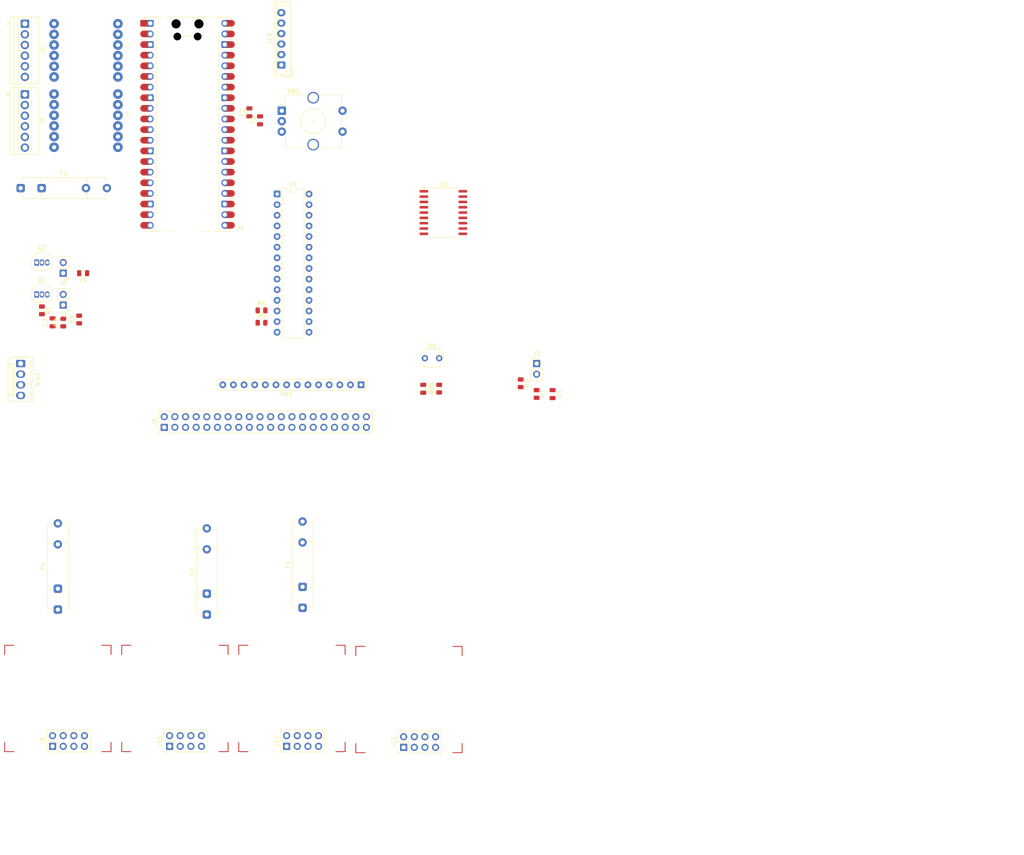
<source format=kicad_pcb>
(kicad_pcb (version 20241229) (generator "pcbnew") (generator_version "9.0")
  (layers (0 "F.Cu" signal) (2 "B.Cu" signal) (13 "F.Paste" user) (15 "B.Paste" user) (5 "F.SilkS" user "F.Silkscreen") (7 "B.SilkS" user "B.Silkscreen") (1 "F.Mask" user) (3 "B.Mask" user) (25 "Edge.Cuts" user))
  (net 0 "")
  (net 3 "GND")
  (net 4 "Net-(A1-GPIO18)")
  (net 5 "PCA9685_SDA")
  (net 7 "Net-(A1-GPIO9)")
  (net 8 "Net-(A1-GPIO26_ADC0)")
  (net 10 "PICO_3V3")
  (net 11 "Net-(A1-GPIO7)")
  (net 12 "Net-(A1-GPIO4)")
  (net 15 "PCA9685_SCL")
  (net 17 "Net-(A1-GPIO27_ADC1)")
  (net 18 "Net-(A1-GPIO28_ADC2)")
  (net 21 "Net-(A1-GPIO20)")
  (net 23 "Net-(A1-GPIO5)")
  (net 24 "Net-(A1-GPIO2)")
  (net 25 "Net-(A1-GPIO21)")
  (net 26 "Net-(A1-GPIO3)")
  (net 27 "Net-(A1-GPIO8)")
  (net 28 "AGND")
  (net 32 "5V_BUCK")
  (net 35 "Net-(A1-GPIO6)")
  (net 41 "Net-(A1-GPIO19)")
  (net 43 "3v3")
  (net 44 "Net-(J7-Pin_1)")
  (net 45 "Net-(J8-Pin_1)")
  (net 46 "SWITCH")
  (net 47 "ADC_SIG")
  (net 48 "9V_BUCK")
  (net 49 "12V_BUCK")
  (net 50 "3V_BUCK")
  (net 51 "Net-(J9-Pin_7)")
  (net 52 "Net-(J1-Pin_8)")
  (net 53 "Net-(J1-Pin_9)")
  (net 54 "Net-(J1-Pin_10)")
  (net 55 "Net-(J1-Pin_7)")
  (net 56 "Net-(J2-Pin_9)")
  (net 57 "Net-(J2-Pin_10)")
  (net 58 "Net-(J2-Pin_7)")
  (net 59 "Net-(J2-Pin_8)")
  (net 60 "Net-(J3-Pin_2)")
  (net 61 "Net-(J2-Pin_12)")
  (net 62 "Net-(J2-Pin_11)")
  (net 63 "Net-(J1-Pin_11)")
  (net 64 "Net-(J1-Pin_12)")
  (net 68 "DOOR-R")
  (net 69 "COLL{slash}SORT(en{slash}dis)")
  (net 71 "DOOR-L")
  (net 73 "START")
  (net 74 "Net-(C6-Pad1)")
  (net 75 "SW-L-A")
  (net 76 "TOTEM-EXTEND")
  (net 77 "SW-L-B")
  (net 80 "GREEN")
  (net 82 "CP-R")
  (net 84 "HEADLIGHTS")
  (net 87 "RED")
  (net 90 "CP-L")
  (net 91 "SW-R-A")
  (net 92 "SW-R-B")
  (net 93 "STOP")
  (net 96 "Net-(J7-Pin_2)")
  (net 97 "Net-(J8-Pin_2)")
  (net 98 "MAINS")
  (net 99 "Net-(RN1-R9)")
  (net 100 "Net-(RN1-R12)")
  (net 101 "Net-(RN1-R13)")
  (net 102 "Net-(RN1-R1)")
  (net 103 "Net-(RN1-R10)")
  (net 104 "Net-(RN1-R11)")
  (net 105 "Net-(RN1-R2)")
  (net 110 "Net-(J10-Pin_7)")
  (net 111 "Net-(J11-Pin_7)")
  (net 112 "Net-(J12-Pin_7)")
  (net 113 "PIC_ADC")
  (footprint "Fuse:Fuseholder_Clip-5x20mm_Schurter_CQM_Inline_P20.60x5.00mm_D1.00mm_Horizontal" (layer "F.Cu") (at 86.36 159.94 90)
    (property "Reference" "F1" (at 10.3 -3.5 90) (layer "F.SilkS"))
    (property "Value" "Fuse")
    (pad "1" thru_hole roundrect (at 0 0 90) (size 2 2) (drill 1) (layers "*.Cu" "*.Mask") (net 111 "Net-(J11-Pin_7)"))
    (pad "1" thru_hole roundrect (at 5 0 90) (size 2 2) (drill 1) (layers "*.Cu" "*.Mask") (net 111 "Net-(J11-Pin_7)"))
    (pad "2" thru_hole circle (at 15.6 0 90) (size 2 2) (drill 1) (layers "*.Cu" "*.Mask") (net 48 "9V_BUCK"))
    (pad "2" thru_hole circle (at 20.6 0 90) (size 2 2) (drill 1) (layers "*.Cu" "*.Mask") (net 48 "9V_BUCK"))
  )
  (footprint "Library:DRV8833" (layer "F.Cu") (at 42.27 37.225 180)
    (property "Reference" "J1" (at -2.54 -5.08 180) (layer "F.SilkS") (effects (font (thickness 0.1))))
    (property "Value" "DRV8833-1")
    (pad "1" thru_hole circle (at 0 -12.7 180) (size 2.3 2.3) (drill 1) (layers "*.Cu" "*.Mask") (net 7 "Net-(A1-GPIO9)"))
    (pad "2" thru_hole circle (at 0 -10.16 180) (size 2.3 2.3) (drill 1) (layers "*.Cu" "*.Mask") (net 27 "Net-(A1-GPIO8)"))
    (pad "3" thru_hole circle (at 0 -7.62 180) (size 2.3 2.3) (drill 1) (layers "*.Cu" "*.Mask") (net 49 "12V_BUCK"))
    (pad "4" thru_hole circle (at 0 -5.08 180) (size 2.3 2.3) (drill 1) (layers "*.Cu" "*.Mask") (net 3 "GND"))
    (pad "5" thru_hole circle (at 0 -2.54 180) (size 2.3 2.3) (drill 1) (layers "*.Cu" "*.Mask") (net 11 "Net-(A1-GPIO7)"))
    (pad "6" thru_hole circle (at 0 0 180) (size 2.3 2.3) (drill 1) (layers "*.Cu" "*.Mask") (net 35 "Net-(A1-GPIO6)"))
    (pad "7" thru_hole circle (at 15.24 0 180) (size 2.3 2.3) (drill 1) (layers "*.Cu" "*.Mask") (net 55 "Net-(J1-Pin_7)"))
    (pad "8" thru_hole circle (at 15.24 -2.54 180) (size 2.3 2.3) (drill 1) (layers "*.Cu" "*.Mask") (net 52 "Net-(J1-Pin_8)"))
    (pad "9" thru_hole circle (at 15.24 -5.08 180) (size 2.3 2.3) (drill 1) (layers "*.Cu" "*.Mask") (net 53 "Net-(J1-Pin_9)"))
    (pad "10" thru_hole circle (at 15.24 -7.62 180) (size 2.3 2.3) (drill 1) (layers "*.Cu" "*.Mask") (net 54 "Net-(J1-Pin_10)"))
    (pad "11" thru_hole circle (at 15.24 -10.16 180) (size 2.3 2.3) (drill 1) (layers "*.Cu" "*.Mask") (net 63 "Net-(J1-Pin_11)"))
    (pad "12" thru_hole circle (at 15.24 -12.7 180) (size 2.3 2.3) (drill 1) (layers "*.Cu" "*.Mask") (net 64 "Net-(J1-Pin_12)"))
  )
  (footprint "Package_SO:SOIC-18W_7.5x11.6mm_P1.27mm" (layer "F.Cu") (at 119.97 65.532)
    (property "Reference" "U2" (at 0 -6.73 0) (layer "F.SilkS"))
    (property "Value" "PIC16F819-ISO")
    (pad "1" smd roundrect (at -4.65 -5.08) (size 2.05 0.6) (layers "F.Cu" "F.Mask" "F.Paste"))
    (pad "2" smd roundrect (at -4.65 -3.81) (size 2.05 0.6) (layers "F.Cu" "F.Mask" "F.Paste"))
    (pad "3" smd roundrect (at -4.65 -2.54) (size 2.05 0.6) (layers "F.Cu" "F.Mask" "F.Paste"))
    (pad "4" smd roundrect (at -4.65 -1.27) (size 2.05 0.6) (layers "F.Cu" "F.Mask" "F.Paste"))
    (pad "5" smd roundrect (at -4.65 0) (size 2.05 0.6) (layers "F.Cu" "F.Mask" "F.Paste"))
    (pad "6" smd roundrect (at -4.65 1.27) (size 2.05 0.6) (layers "F.Cu" "F.Mask" "F.Paste"))
    (pad "7" smd roundrect (at -4.65 2.54) (size 2.05 0.6) (layers "F.Cu" "F.Mask" "F.Paste"))
    (pad "8" smd roundrect (at -4.65 3.81) (size 2.05 0.6) (layers "F.Cu" "F.Mask" "F.Paste"))
    (pad "9" smd roundrect (at -4.65 5.08) (size 2.05 0.6) (layers "F.Cu" "F.Mask" "F.Paste"))
    (pad "10" smd roundrect (at 4.65 5.08) (size 2.05 0.6) (layers "F.Cu" "F.Mask" "F.Paste"))
    (pad "11" smd roundrect (at 4.65 3.81) (size 2.05 0.6) (layers "F.Cu" "F.Mask" "F.Paste"))
    (pad "12" smd roundrect (at 4.65 2.54) (size 2.05 0.6) (layers "F.Cu" "F.Mask" "F.Paste"))
    (pad "13" smd roundrect (at 4.65 1.27) (size 2.05 0.6) (layers "F.Cu" "F.Mask" "F.Paste"))
    (pad "14" smd roundrect (at 4.65 0) (size 2.05 0.6) (layers "F.Cu" "F.Mask" "F.Paste"))
    (pad "15" smd roundrect (at 4.65 -1.27) (size 2.05 0.6) (layers "F.Cu" "F.Mask" "F.Paste"))
    (pad "16" smd roundrect (at 4.65 -2.54) (size 2.05 0.6) (layers "F.Cu" "F.Mask" "F.Paste"))
    (pad "17" smd roundrect (at 4.65 -3.81) (size 2.05 0.6) (layers "F.Cu" "F.Mask" "F.Paste"))
    (pad "18" smd roundrect (at 4.65 -5.08) (size 2.05 0.6) (layers "F.Cu" "F.Mask" "F.Paste"))
  )
  (footprint "Module:RaspberryPi_Pico_Common_Unspecified" (layer "F.Cu") (at 58.89 44.45)
    (property "Reference" "A1" (at 11.7475 24.765 0) (layer "F.SilkS") (effects (justify left)))
    (property "Value" "RaspberryPi_Pico")
    (pad "" np_thru_hole circle (at -2.725 -24) (size 2.2 2.2) (drill 2.2) (layers "*.Mask"))
    (pad "" np_thru_hole circle (at -2.425 -20.97) (size 1.85 1.85) (drill 1.85) (layers "*.Mask"))
    (pad "" np_thru_hole circle (at 2.425 -20.97) (size 1.85 1.85) (drill 1.85) (layers "*.Mask"))
    (pad "" np_thru_hole circle (at 2.725 -24) (size 2.2 2.2) (drill 2.2) (layers "*.Mask"))
    (pad "1" smd custom (at -9.69 -24.13) (size 1.6 0.8) (layers "F.Cu" "F.Mask") (options (clearance outline) (anchor rect)) (primitives (gr_circle (center 0.8 0) (end 1.6 0) (width 0) (fill yes)) (gr_poly (pts (xy -1.6 -0.6) (xy -1.6 0.6) (xy -1.4 0.8) (xy 0.8 0.8) (xy 0.8 -0.8) (xy -1.4 -0.8)) (width 0) (fill yes)) (gr_circle (center -1.4 -0.6) (end -1.2 -0.6) (width 0) (fill yes)) (gr_circle (center -1.4 0.6) (end -1.2 0.6) (width 0) (fill yes))))
    (pad "1" thru_hole roundrect (at -8.89 -24.13) (size 1.6 1.6) (drill 1) (layers "*.Cu" "*.Mask") (roundrect_rratio 0.125))
    (pad "2" smd roundrect (at -9.69 -21.59) (size 3.2 1.6) (layers "F.Cu" "F.Mask") (roundrect_rratio 0.5))
    (pad "2" thru_hole circle (at -8.89 -21.59) (size 1.6 1.6) (drill 1) (layers "*.Cu" "*.Mask"))
    (pad "3" smd custom (at -9.69 -19.05) (size 1.6 0.8) (layers "F.Cu" "F.Mask") (net 3 "GND") (options (clearance outline) (anchor rect)) (primitives (gr_circle (center -0.8 0) (end 0 0) (width 0) (fill yes)) (gr_poly (pts (xy 1.6 -0.6) (xy 1.6 0.6) (xy 1.4 0.8) (xy -0.8 0.8) (xy -0.8 -0.8) (xy 1.4 -0.8)) (width 0) (fill yes)) (gr_circle (center 1.4 -0.6) (end 1.6 -0.6) (width 0) (fill yes)) (gr_circle (center 1.4 0.6) (end 1.6 0.6) (width 0) (fill yes))))
    (pad "3" thru_hole custom (at -8.89 -19.05) (size 1.6 1.6) (drill 1) (layers "*.Cu" "*.Mask") (net 3 "GND") (options (clearance outline) (anchor circle)) (primitives (gr_poly (pts (xy 0.8 0.6) (xy 0.8 -0.6) (xy 0.6 -0.8) (xy 0 -0.8) (xy 0 0.8) (xy 0.6 0.8)) (width 0) (fill yes)) (gr_circle (center 0.6 0.6) (end 0.8 0.6) (width 0) (fill yes)) (gr_circle (center 0.6 -0.6) (end 0.8 -0.6) (width 0) (fill yes))))
    (pad "4" smd roundrect (at -9.69 -16.51) (size 3.2 1.6) (layers "F.Cu" "F.Mask") (roundrect_rratio 0.5) (net 24 "Net-(A1-GPIO2)"))
    (pad "4" thru_hole circle (at -8.89 -16.51) (size 1.6 1.6) (drill 1) (layers "*.Cu" "*.Mask") (net 24 "Net-(A1-GPIO2)"))
    (pad "5" smd roundrect (at -9.69 -13.97) (size 3.2 1.6) (layers "F.Cu" "F.Mask") (roundrect_rratio 0.5) (net 26 "Net-(A1-GPIO3)"))
    (pad "5" thru_hole circle (at -8.89 -13.97) (size 1.6 1.6) (drill 1) (layers "*.Cu" "*.Mask") (net 26 "Net-(A1-GPIO3)"))
    (pad "6" smd roundrect (at -9.69 -11.43) (size 3.2 1.6) (layers "F.Cu" "F.Mask") (roundrect_rratio 0.5) (net 12 "Net-(A1-GPIO4)"))
    (pad "6" thru_hole circle (at -8.89 -11.43) (size 1.6 1.6) (drill 1) (layers "*.Cu" "*.Mask") (net 12 "Net-(A1-GPIO4)"))
    (pad "7" smd roundrect (at -9.69 -8.89) (size 3.2 1.6) (layers "F.Cu" "F.Mask") (roundrect_rratio 0.5) (net 23 "Net-(A1-GPIO5)"))
    (pad "7" thru_hole circle (at -8.89 -8.89) (size 1.6 1.6) (drill 1) (layers "*.Cu" "*.Mask") (net 23 "Net-(A1-GPIO5)"))
    (pad "8" smd custom (at -9.69 -6.35) (size 1.6 0.8) (layers "F.Cu" "F.Mask") (net 3 "GND") (options (clearance outline) (anchor rect)) (primitives (gr_circle (center -0.8 0) (end 0 0) (width 0) (fill yes)) (gr_poly (pts (xy 1.6 -0.6) (xy 1.6 0.6) (xy 1.4 0.8) (xy -0.8 0.8) (xy -0.8 -0.8) (xy 1.4 -0.8)) (width 0) (fill yes)) (gr_circle (center 1.4 -0.6) (end 1.6 -0.6) (width 0) (fill yes)) (gr_circle (center 1.4 0.6) (end 1.6 0.6) (width 0) (fill yes))))
    (pad "8" thru_hole custom (at -8.89 -6.35) (size 1.6 1.6) (drill 1) (layers "*.Cu" "*.Mask") (net 3 "GND") (options (clearance outline) (anchor circle)) (primitives (gr_poly (pts (xy 0.8 0.6) (xy 0.8 -0.6) (xy 0.6 -0.8) (xy 0 -0.8) (xy 0 0.8) (xy 0.6 0.8)) (width 0) (fill yes)) (gr_circle (center 0.6 0.6) (end 0.8 0.6) (width 0) (fill yes)) (gr_circle (center 0.6 -0.6) (end 0.8 -0.6) (width 0) (fill yes))))
    (pad "9" smd roundrect (at -9.69 -3.81) (size 3.2 1.6) (layers "F.Cu" "F.Mask") (roundrect_rratio 0.5) (net 35 "Net-(A1-GPIO6)"))
    (pad "9" thru_hole circle (at -8.89 -3.81) (size 1.6 1.6) (drill 1) (layers "*.Cu" "*.Mask") (net 35 "Net-(A1-GPIO6)"))
    (pad "10" smd roundrect (at -9.69 -1.27) (size 3.2 1.6) (layers "F.Cu" "F.Mask") (roundrect_rratio 0.5) (net 11 "Net-(A1-GPIO7)"))
    (pad "10" thru_hole circle (at -8.89 -1.27) (size 1.6 1.6) (drill 1) (layers "*.Cu" "*.Mask") (net 11 "Net-(A1-GPIO7)"))
    (pad "11" smd roundrect (at -9.69 1.27) (size 3.2 1.6) (layers "F.Cu" "F.Mask") (roundrect_rratio 0.5) (net 27 "Net-(A1-GPIO8)"))
    (pad "11" thru_hole circle (at -8.89 1.27) (size 1.6 1.6) (drill 1) (layers "*.Cu" "*.Mask") (net 27 "Net-(A1-GPIO8)"))
    (pad "12" smd roundrect (at -9.69 3.81) (size 3.2 1.6) (layers "F.Cu" "F.Mask") (roundrect_rratio 0.5) (net 7 "Net-(A1-GPIO9)"))
    (pad "12" thru_hole circle (at -8.89 3.81) (size 1.6 1.6) (drill 1) (layers "*.Cu" "*.Mask") (net 7 "Net-(A1-GPIO9)"))
    (pad "13" smd custom (at -9.69 6.35) (size 1.6 0.8) (layers "F.Cu" "F.Mask") (net 3 "GND") (options (clearance outline) (anchor rect)) (primitives (gr_circle (center -0.8 0) (end 0 0) (width 0) (fill yes)) (gr_poly (pts (xy 1.6 -0.6) (xy 1.6 0.6) (xy 1.4 0.8) (xy -0.8 0.8) (xy -0.8 -0.8) (xy 1.4 -0.8)) (width 0) (fill yes)) (gr_circle (center 1.4 -0.6) (end 1.6 -0.6) (width 0) (fill yes)) (gr_circle (center 1.4 0.6) (end 1.6 0.6) (width 0) (fill yes))))
    (pad "13" thru_hole custom (at -8.89 6.35) (size 1.6 1.6) (drill 1) (layers "*.Cu" "*.Mask") (net 3 "GND") (options (clearance outline) (anchor circle)) (primitives (gr_poly (pts (xy 0.8 0.6) (xy 0.8 -0.6) (xy 0.6 -0.8) (xy 0 -0.8) (xy 0 0.8) (xy 0.6 0.8)) (width 0) (fill yes)) (gr_circle (center 0.6 0.6) (end 0.8 0.6) (width 0) (fill yes)) (gr_circle (center 0.6 -0.6) (end 0.8 -0.6) (width 0) (fill yes))))
    (pad "14" smd roundrect (at -9.69 8.89) (size 3.2 1.6) (layers "F.Cu" "F.Mask") (roundrect_rratio 0.5))
    (pad "14" thru_hole circle (at -8.89 8.89) (size 1.6 1.6) (drill 1) (layers "*.Cu" "*.Mask"))
    (pad "15" smd roundrect (at -9.69 11.43) (size 3.2 1.6) (layers "F.Cu" "F.Mask") (roundrect_rratio 0.5) (net 15 "PCA9685_SCL"))
    (pad "15" thru_hole circle (at -8.89 11.43) (size 1.6 1.6) (drill 1) (layers "*.Cu" "*.Mask") (net 15 "PCA9685_SCL"))
    (pad "16" smd roundrect (at -9.69 13.97) (size 3.2 1.6) (layers "F.Cu" "F.Mask") (roundrect_rratio 0.5) (net 5 "PCA9685_SDA"))
    (pad "16" thru_hole circle (at -8.89 13.97) (size 1.6 1.6) (drill 1) (layers "*.Cu" "*.Mask") (net 5 "PCA9685_SDA"))
    (pad "17" smd roundrect (at -9.69 16.51) (size 3.2 1.6) (layers "F.Cu" "F.Mask") (roundrect_rratio 0.5))
    (pad "17" thru_hole circle (at -8.89 16.51) (size 1.6 1.6) (drill 1) (layers "*.Cu" "*.Mask"))
    (pad "18" smd custom (at -9.69 19.05) (size 1.6 0.8) (layers "F.Cu" "F.Mask") (net 3 "GND") (options (clearance outline) (anchor rect)) (primitives (gr_circle (center -0.8 0) (end 0 0) (width 0) (fill yes)) (gr_poly (pts (xy 1.6 -0.6) (xy 1.6 0.6) (xy 1.4 0.8) (xy -0.8 0.8) (xy -0.8 -0.8) (xy 1.4 -0.8)) (width 0) (fill yes)) (gr_circle (center 1.4 -0.6) (end 1.6 -0.6) (width 0) (fill yes)) (gr_circle (center 1.4 0.6) (end 1.6 0.6) (width 0) (fill yes))))
    (pad "18" thru_hole custom (at -8.89 19.05) (size 1.6 1.6) (drill 1) (layers "*.Cu" "*.Mask") (net 3 "GND") (options (clearance outline) (anchor circle)) (primitives (gr_poly (pts (xy 0.8 0.6) (xy 0.8 -0.6) (xy 0.6 -0.8) (xy 0 -0.8) (xy 0 0.8) (xy 0.6 0.8)) (width 0) (fill yes)) (gr_circle (center 0.6 0.6) (end 0.8 0.6) (width 0) (fill yes)) (gr_circle (center 0.6 -0.6) (end 0.8 -0.6) (width 0) (fill yes))))
    (pad "19" smd roundrect (at -9.69 21.59) (size 3.2 1.6) (layers "F.Cu" "F.Mask") (roundrect_rratio 0.5))
    (pad "19" thru_hole circle (at -8.89 21.59) (size 1.6 1.6) (drill 1) (layers "*.Cu" "*.Mask"))
    (pad "20" smd roundrect (at -9.69 24.13) (size 3.2 1.6) (layers "F.Cu" "F.Mask") (roundrect_rratio 0.5))
    (pad "20" thru_hole circle (at -8.89 24.13) (size 1.6 1.6) (drill 1) (layers "*.Cu" "*.Mask"))
    (pad "21" thru_hole circle (at 8.89 24.13) (size 1.6 1.6) (drill 1) (layers "*.Cu" "*.Mask"))
    (pad "21" smd roundrect (at 9.69 24.13) (size 3.2 1.6) (layers "F.Cu" "F.Mask") (roundrect_rratio 0.5))
    (pad "22" thru_hole circle (at 8.89 21.59) (size 1.6 1.6) (drill 1) (layers "*.Cu" "*.Mask"))
    (pad "22" smd roundrect (at 9.69 21.59) (size 3.2 1.6) (layers "F.Cu" "F.Mask") (roundrect_rratio 0.5))
    (pad "23" thru_hole custom (at 8.89 19.05) (size 1.6 1.6) (drill 1) (layers "*.Cu" "*.Mask") (net 3 "GND") (options (clearance outline) (anchor circle)) (primitives (gr_poly (pts (xy -0.8 0.6) (xy -0.8 -0.6) (xy -0.6 -0.8) (xy 0 -0.8) (xy 0 0.8) (xy -0.6 0.8)) (width 0) (fill yes)) (gr_circle (center -0.6 0.6) (end -0.4 0.6) (width 0) (fill yes)) (gr_circle (center -0.6 -0.6) (end -0.4 -0.6) (width 0) (fill yes))))
    (pad "23" smd custom (at 9.69 19.05) (size 1.6 0.8) (layers "F.Cu" "F.Mask") (net 3 "GND") (options (clearance outline) (anchor rect)) (primitives (gr_circle (center 0.8 0) (end 1.6 0) (width 0) (fill yes)) (gr_poly (pts (xy -1.6 -0.6) (xy -1.6 0.6) (xy -1.4 0.8) (xy 0.8 0.8) (xy 0.8 -0.8) (xy -1.4 -0.8)) (width 0) (fill yes)) (gr_circle (center -1.4 -0.6) (end -1.2 -0.6) (width 0) (fill yes)) (gr_circle (center -1.4 0.6) (end -1.2 0.6) (width 0) (fill yes))))
    (pad "24" thru_hole circle (at 8.89 16.51) (size 1.6 1.6) (drill 1) (layers "*.Cu" "*.Mask") (net 4 "Net-(A1-GPIO18)"))
    (pad "24" smd roundrect (at 9.69 16.51) (size 3.2 1.6) (layers "F.Cu" "F.Mask") (roundrect_rratio 0.5) (net 4 "Net-(A1-GPIO18)"))
    (pad "25" thru_hole circle (at 8.89 13.97) (size 1.6 1.6) (drill 1) (layers "*.Cu" "*.Mask") (net 41 "Net-(A1-GPIO19)"))
    (pad "25" smd roundrect (at 9.69 13.97) (size 3.2 1.6) (layers "F.Cu" "F.Mask") (roundrect_rratio 0.5) (net 41 "Net-(A1-GPIO19)"))
    (pad "26" thru_hole circle (at 8.89 11.43) (size 1.6 1.6) (drill 1) (layers "*.Cu" "*.Mask") (net 21 "Net-(A1-GPIO20)"))
    (pad "26" smd roundrect (at 9.69 11.43) (size 3.2 1.6) (layers "F.Cu" "F.Mask") (roundrect_rratio 0.5) (net 21 "Net-(A1-GPIO20)"))
    (pad "27" thru_hole circle (at 8.89 8.89) (size 1.6 1.6) (drill 1) (layers "*.Cu" "*.Mask") (net 25 "Net-(A1-GPIO21)"))
    (pad "27" smd roundrect (at 9.69 8.89) (size 3.2 1.6) (layers "F.Cu" "F.Mask") (roundrect_rratio 0.5) (net 25 "Net-(A1-GPIO21)"))
    (pad "28" thru_hole custom (at 8.89 6.35) (size 1.6 1.6) (drill 1) (layers "*.Cu" "*.Mask") (net 3 "GND") (options (clearance outline) (anchor circle)) (primitives (gr_poly (pts (xy -0.8 0.6) (xy -0.8 -0.6) (xy -0.6 -0.8) (xy 0 -0.8) (xy 0 0.8) (xy -0.6 0.8)) (width 0) (fill yes)) (gr_circle (center -0.6 0.6) (end -0.4 0.6) (width 0) (fill yes)) (gr_circle (center -0.6 -0.6) (end -0.4 -0.6) (width 0) (fill yes))))
    (pad "28" smd custom (at 9.69 6.35) (size 1.6 0.8) (layers "F.Cu" "F.Mask") (net 3 "GND") (options (clearance outline) (anchor rect)) (primitives (gr_circle (center 0.8 0) (end 1.6 0) (width 0) (fill yes)) (gr_poly (pts (xy -1.6 -0.6) (xy -1.6 0.6) (xy -1.4 0.8) (xy 0.8 0.8) (xy 0.8 -0.8) (xy -1.4 -0.8)) (width 0) (fill yes)) (gr_circle (center -1.4 -0.6) (end -1.2 -0.6) (width 0) (fill yes)) (gr_circle (center -1.4 0.6) (end -1.2 0.6) (width 0) (fill yes))))
    (pad "29" thru_hole circle (at 8.89 3.81) (size 1.6 1.6) (drill 1) (layers "*.Cu" "*.Mask"))
    (pad "29" smd roundrect (at 9.69 3.81) (size 3.2 1.6) (layers "F.Cu" "F.Mask") (roundrect_rratio 0.5))
    (pad "30" thru_hole circle (at 8.89 1.27) (size 1.6 1.6) (drill 1) (layers "*.Cu" "*.Mask"))
    (pad "30" smd roundrect (at 9.69 1.27) (size 3.2 1.6) (layers "F.Cu" "F.Mask") (roundrect_rratio 0.5))
    (pad "31" thru_hole circle (at 8.89 -1.27) (size 1.6 1.6) (drill 1) (layers "*.Cu" "*.Mask") (net 8 "Net-(A1-GPIO26_ADC0)"))
    (pad "31" smd roundrect (at 9.69 -1.27) (size 3.2 1.6) (layers "F.Cu" "F.Mask") (roundrect_rratio 0.5) (net 8 "Net-(A1-GPIO26_ADC0)"))
    (pad "32" thru_hole circle (at 8.89 -3.81) (size 1.6 1.6) (drill 1) (layers "*.Cu" "*.Mask") (net 17 "Net-(A1-GPIO27_ADC1)"))
    (pad "32" smd roundrect (at 9.69 -3.81) (size 3.2 1.6) (layers "F.Cu" "F.Mask") (roundrect_rratio 0.5) (net 17 "Net-(A1-GPIO27_ADC1)"))
    (pad "33" thru_hole custom (at 8.89 -6.35) (size 1.6 1.6) (drill 1) (layers "*.Cu" "*.Mask") (net 28 "AGND") (options (clearance outline) (anchor circle)) (primitives (gr_poly (pts (xy -0.8 0.6) (xy -0.8 -0.6) (xy -0.6 -0.8) (xy 0 -0.8) (xy 0 0.8) (xy -0.6 0.8)) (width 0) (fill yes)) (gr_circle (center -0.6 0.6) (end -0.4 0.6) (width 0) (fill yes)) (gr_circle (center -0.6 -0.6) (end -0.4 -0.6) (width 0) (fill yes))))
    (pad "33" smd custom (at 9.69 -6.35) (size 1.6 0.8) (layers "F.Cu" "F.Mask") (net 28 "AGND") (options (clearance outline) (anchor rect)) (primitives (gr_circle (center 0.8 0) (end 1.6 0) (width 0) (fill yes)) (gr_poly (pts (xy -1.6 -0.6) (xy -1.6 0.6) (xy -1.4 0.8) (xy 0.8 0.8) (xy 0.8 -0.8) (xy -1.4 -0.8)) (width 0) (fill yes)) (gr_circle (center -1.4 -0.6) (end -1.2 -0.6) (width 0) (fill yes)) (gr_circle (center -1.4 0.6) (end -1.2 0.6) (width 0) (fill yes))))
    (pad "34" thru_hole circle (at 8.89 -8.89) (size 1.6 1.6) (drill 1) (layers "*.Cu" "*.Mask") (net 18 "Net-(A1-GPIO28_ADC2)"))
    (pad "34" smd roundrect (at 9.69 -8.89) (size 3.2 1.6) (layers "F.Cu" "F.Mask") (roundrect_rratio 0.5) (net 18 "Net-(A1-GPIO28_ADC2)"))
    (pad "35" thru_hole circle (at 8.89 -11.43) (size 1.6 1.6) (drill 1) (layers "*.Cu" "*.Mask"))
    (pad "35" smd roundrect (at 9.69 -11.43) (size 3.2 1.6) (layers "F.Cu" "F.Mask") (roundrect_rratio 0.5))
    (pad "36" thru_hole circle (at 8.89 -13.97) (size 1.6 1.6) (drill 1) (layers "*.Cu" "*.Mask") (net 10 "PICO_3V3"))
    (pad "36" smd roundrect (at 9.69 -13.97) (size 3.2 1.6) (layers "F.Cu" "F.Mask") (roundrect_rratio 0.5) (net 10 "PICO_3V3"))
    (pad "37" thru_hole circle (at 8.89 -16.51) (size 1.6 1.6) (drill 1) (layers "*.Cu" "*.Mask"))
    (pad "37" smd roundrect (at 9.69 -16.51) (size 3.2 1.6) (layers "F.Cu" "F.Mask") (roundrect_rratio 0.5))
    (pad "38" thru_hole custom (at 8.89 -19.05) (size 1.6 1.6) (drill 1) (layers "*.Cu" "*.Mask") (net 3 "GND") (options (clearance outline) (anchor circle)) (primitives (gr_poly (pts (xy -0.8 0.6) (xy -0.8 -0.6) (xy -0.6 -0.8) (xy 0 -0.8) (xy 0 0.8) (xy -0.6 0.8)) (width 0) (fill yes)) (gr_circle (center -0.6 0.6) (end -0.4 0.6) (width 0) (fill yes)) (gr_circle (center -0.6 -0.6) (end -0.4 -0.6) (width 0) (fill yes))))
    (pad "38" smd custom (at 9.69 -19.05) (size 1.6 0.8) (layers "F.Cu" "F.Mask") (net 3 "GND") (options (clearance outline) (anchor rect)) (primitives (gr_circle (center 0.8 0) (end 1.6 0) (width 0) (fill yes)) (gr_poly (pts (xy -1.6 -0.6) (xy -1.6 0.6) (xy -1.4 0.8) (xy 0.8 0.8) (xy 0.8 -0.8) (xy -1.4 -0.8)) (width 0) (fill yes)) (gr_circle (center -1.4 -0.6) (end -1.2 -0.6) (width 0) (fill yes)) (gr_circle (center -1.4 0.6) (end -1.2 0.6) (width 0) (fill yes))))
    (pad "39" thru_hole circle (at 8.89 -21.59) (size 1.6 1.6) (drill 1) (layers "*.Cu" "*.Mask"))
    (pad "39" smd roundrect (at 9.69 -21.59) (size 3.2 1.6) (layers "F.Cu" "F.Mask") (roundrect_rratio 0.5))
    (pad "40" thru_hole circle (at 8.89 -24.13) (size 1.6 1.6) (drill 1) (layers "*.Cu" "*.Mask") (net 32 "5V_BUCK"))
    (pad "40" smd roundrect (at 9.69 -24.13) (size 3.2 1.6) (layers "F.Cu" "F.Mask") (roundrect_rratio 0.5) (net 32 "5V_BUCK"))
  )
  (footprint "Library:DRV8833" (layer "F.Cu") (at 42.27 20.425 180)
    (property "Reference" "J2" (at -2.54 -5.08 180) (layer "F.SilkS") (effects (font (thickness 0.1))))
    (property "Value" "DRV8833-0")
    (pad "1" thru_hole circle (at 0 -12.7 180) (size 2.3 2.3) (drill 1) (layers "*.Cu" "*.Mask") (net 23 "Net-(A1-GPIO5)"))
    (pad "2" thru_hole circle (at 0 -10.16 180) (size 2.3 2.3) (drill 1) (layers "*.Cu" "*.Mask") (net 12 "Net-(A1-GPIO4)"))
    (pad "3" thru_hole circle (at 0 -7.62 180) (size 2.3 2.3) (drill 1) (layers "*.Cu" "*.Mask") (net 49 "12V_BUCK"))
    (pad "4" thru_hole circle (at 0 -5.08 180) (size 2.3 2.3) (drill 1) (layers "*.Cu" "*.Mask") (net 3 "GND"))
    (pad "5" thru_hole circle (at 0 -2.54 180) (size 2.3 2.3) (drill 1) (layers "*.Cu" "*.Mask") (net 26 "Net-(A1-GPIO3)"))
    (pad "6" thru_hole circle (at 0 0 180) (size 2.3 2.3) (drill 1) (layers "*.Cu" "*.Mask") (net 24 "Net-(A1-GPIO2)"))
    (pad "7" thru_hole circle (at 15.24 0 180) (size 2.3 2.3) (drill 1) (layers "*.Cu" "*.Mask") (net 58 "Net-(J2-Pin_7)"))
    (pad "8" thru_hole circle (at 15.24 -2.54 180) (size 2.3 2.3) (drill 1) (layers "*.Cu" "*.Mask") (net 59 "Net-(J2-Pin_8)"))
    (pad "9" thru_hole circle (at 15.24 -5.08 180) (size 2.3 2.3) (drill 1) (layers "*.Cu" "*.Mask") (net 56 "Net-(J2-Pin_9)"))
    (pad "10" thru_hole circle (at 15.24 -7.62 180) (size 2.3 2.3) (drill 1) (layers "*.Cu" "*.Mask") (net 57 "Net-(J2-Pin_10)"))
    (pad "11" thru_hole circle (at 15.24 -10.16 180) (size 2.3 2.3) (drill 1) (layers "*.Cu" "*.Mask") (net 62 "Net-(J2-Pin_11)"))
    (pad "12" thru_hole circle (at 15.24 -12.7 180) (size 2.3 2.3) (drill 1) (layers "*.Cu" "*.Mask") (net 61 "Net-(J2-Pin_12)"))
  )
  (footprint "Capacitor_SMD:C_0805_2012Metric" (layer "F.Cu") (at 76.2 43.5 90)
    (property "Reference" "C1" (at 0 -1.68 90) (layer "F.SilkS"))
    (property "Value" "1uF")
    (pad "1" smd roundrect (at -0.95 0 90) (size 1 1.45) (layers "F.Cu" "F.Mask" "F.Paste") (net 8 "Net-(A1-GPIO26_ADC0)"))
    (pad "2" smd roundrect (at 0.95 0 90) (size 1 1.45) (layers "F.Cu" "F.Mask" "F.Paste") (net 28 "AGND"))
  )
  (footprint "TerminalBlock:TerminalBlock_Xinya_XY308-2.54-6P_1x06_P2.54mm_Horizontal" (layer "F.Cu") (at 20.07 20.425 -90)
    (property "Reference" "J4" (at 6.35 -4.22 90) (layer "F.SilkS"))
    (property "Value" "Screw_Terminal_01x06")
    (pad "1" thru_hole roundrect (at 0 0 270) (size 2 2) (drill 1.2) (layers "*.Cu" "*.Mask") (roundrect_rratio 0.125) (net 58 "Net-(J2-Pin_7)"))
    (pad "2" thru_hole circle (at 2.54 0 270) (size 2 2) (drill 1.2) (layers "*.Cu" "*.Mask") (net 59 "Net-(J2-Pin_8)"))
    (pad "3" thru_hole circle (at 5.08 0 270) (size 2 2) (drill 1.2) (layers "*.Cu" "*.Mask") (net 56 "Net-(J2-Pin_9)"))
    (pad "4" thru_hole circle (at 7.62 0 270) (size 2 2) (drill 1.2) (layers "*.Cu" "*.Mask") (net 57 "Net-(J2-Pin_10)"))
    (pad "5" thru_hole circle (at 10.16 0 270) (size 2 2) (drill 1.2) (layers "*.Cu" "*.Mask") (net 62 "Net-(J2-Pin_11)"))
    (pad "6" thru_hole circle (at 12.7 0 270) (size 2 2) (drill 1.2) (layers "*.Cu" "*.Mask") (net 61 "Net-(J2-Pin_12)"))
  )
  (footprint "Resistor_SMD:R_0805_2012Metric" (layer "F.Cu") (at 76.5575 88.9)
    (property "Reference" "R4" (at 0 -1.65 0) (layer "F.SilkS"))
    (property "Value" "2.7k")
    (pad "1" smd roundrect (at -0.9125 0) (size 1.025 1.4) (layers "F.Cu" "F.Mask" "F.Paste") (roundrect_rratio 0.243902) (net 43 "3v3"))
    (pad "2" smd roundrect (at 0.9125 0) (size 1.025 1.4) (layers "F.Cu" "F.Mask" "F.Paste") (roundrect_rratio 0.243902) (net 41 "Net-(A1-GPIO19)"))
  )
  (footprint "Package_TO_SOT_THT:TO-92_Inline" (layer "F.Cu") (at 22.86 77.47)
    (property "Reference" "Q2" (at 1.27 -3.56 0) (layer "F.SilkS"))
    (property "Value" "2N7000")
    (pad "1" thru_hole rect (at 0 0) (size 1.05 1.5) (drill 0.75) (layers "*.Cu" "*.Mask") (net 3 "GND"))
    (pad "2" thru_hole oval (at 1.27 0) (size 1.05 1.5) (drill 0.75) (layers "*.Cu" "*.Mask") (net 84 "HEADLIGHTS"))
    (pad "3" thru_hole oval (at 2.54 0) (size 1.05 1.5) (drill 0.75) (layers "*.Cu" "*.Mask") (net 97 "Net-(J8-Pin_2)"))
  )
  (footprint "Connector_PinHeader_2.54mm:PinHeader_2x20_P2.54mm_Vertical" (layer "F.Cu") (at 53.34 116.84 90)
    (property "Reference" "J6" (at 1.27 -2.38 90) (layer "F.SilkS"))
    (property "Value" "VIM4_HEADER")
    (pad "1" thru_hole rect (at 0 0 90) (size 1.7 1.7) (drill 1) (layers "*.Cu" "*.Mask"))
    (pad "2" thru_hole circle (at 2.54 0 90) (size 1.7 1.7) (drill 1) (layers "*.Cu" "*.Mask"))
    (pad "3" thru_hole circle (at 0 2.54 90) (size 1.7 1.7) (drill 1) (layers "*.Cu" "*.Mask"))
    (pad "4" thru_hole circle (at 2.54 2.54 90) (size 1.7 1.7) (drill 1) (layers "*.Cu" "*.Mask"))
    (pad "5" thru_hole circle (at 0 5.08 90) (size 1.7 1.7) (drill 1) (layers "*.Cu" "*.Mask") (net 3 "GND"))
    (pad "6" thru_hole circle (at 2.54 5.08 90) (size 1.7 1.7) (drill 1) (layers "*.Cu" "*.Mask"))
    (pad "7" thru_hole circle (at 0 7.62 90) (size 1.7 1.7) (drill 1) (layers "*.Cu" "*.Mask"))
    (pad "8" thru_hole circle (at 2.54 7.62 90) (size 1.7 1.7) (drill 1) (layers "*.Cu" "*.Mask"))
    (pad "9" thru_hole circle (at 0 10.16 90) (size 1.7 1.7) (drill 1) (layers "*.Cu" "*.Mask") (net 3 "GND"))
    (pad "10" thru_hole circle (at 2.54 10.16 90) (size 1.7 1.7) (drill 1) (layers "*.Cu" "*.Mask"))
    (pad "11" thru_hole circle (at 0 12.7 90) (size 1.7 1.7) (drill 1) (layers "*.Cu" "*.Mask"))
    (pad "12" thru_hole circle (at 2.54 12.7 90) (size 1.7 1.7) (drill 1) (layers "*.Cu" "*.Mask"))
    (pad "13" thru_hole circle (at 0 15.24 90) (size 1.7 1.7) (drill 1) (layers "*.Cu" "*.Mask") (net 73 "START"))
    (pad "14" thru_hole circle (at 2.54 15.24 90) (size 1.7 1.7) (drill 1) (layers "*.Cu" "*.Mask") (net 3 "GND"))
    (pad "15" thru_hole circle (at 0 17.78 90) (size 1.7 1.7) (drill 1) (layers "*.Cu" "*.Mask") (net 80 "GREEN"))
    (pad "16" thru_hole circle (at 2.54 17.78 90) (size 1.7 1.7) (drill 1) (layers "*.Cu" "*.Mask") (net 93 "STOP"))
    (pad "17" thru_hole circle (at 0 20.32 90) (size 1.7 1.7) (drill 1) (layers "*.Cu" "*.Mask") (net 3 "GND"))
    (pad "18" thru_hole circle (at 2.54 20.32 90) (size 1.7 1.7) (drill 1) (layers "*.Cu" "*.Mask") (net 87 "RED"))
    (pad "19" thru_hole circle (at 0 22.86 90) (size 1.7 1.7) (drill 1) (layers "*.Cu" "*.Mask"))
    (pad "20" thru_hole circle (at 2.54 22.86 90) (size 1.7 1.7) (drill 1) (layers "*.Cu" "*.Mask"))
    (pad "21" thru_hole circle (at 0 25.4 90) (size 1.7 1.7) (drill 1) (layers "*.Cu" "*.Mask") (net 3 "GND"))
    (pad "22" thru_hole circle (at 2.54 25.4 90) (size 1.7 1.7) (drill 1) (layers "*.Cu" "*.Mask") (net 69 "COLL{slash}SORT(en{slash}dis)"))
    (pad "23" thru_hole circle (at 0 27.94 90) (size 1.7 1.7) (drill 1) (layers "*.Cu" "*.Mask") (net 90 "CP-L"))
    (pad "24" thru_hole circle (at 2.54 27.94 90) (size 1.7 1.7) (drill 1) (layers "*.Cu" "*.Mask") (net 3 "GND"))
    (pad "25" thru_hole circle (at 0 30.48 90) (size 1.7 1.7) (drill 1) (layers "*.Cu" "*.Mask") (net 82 "CP-R"))
    (pad "26" thru_hole circle (at 2.54 30.48 90) (size 1.7 1.7) (drill 1) (layers "*.Cu" "*.Mask") (net 71 "DOOR-L"))
    (pad "27" thru_hole circle (at 0 33.02 90) (size 1.7 1.7) (drill 1) (layers "*.Cu" "*.Mask"))
    (pad "28" thru_hole circle (at 2.54 33.02 90) (size 1.7 1.7) (drill 1) (layers "*.Cu" "*.Mask") (net 3 "GND"))
    (pad "29" thru_hole circle (at 0 35.56 90) (size 1.7 1.7) (drill 1) (layers "*.Cu" "*.Mask") (net 68 "DOOR-R"))
    (pad "30" thru_hole circle (at 2.54 35.56 90) (size 1.7 1.7) (drill 1) (layers "*.Cu" "*.Mask") (net 84 "HEADLIGHTS"))
    (pad "31" thru_hole circle (at 0 38.1 90) (size 1.7 1.7) (drill 1) (layers "*.Cu" "*.Mask") (net 76 "TOTEM-EXTEND"))
    (pad "32" thru_hole circle (at 2.54 38.1 90) (size 1.7 1.7) (drill 1) (layers "*.Cu" "*.Mask") (net 113 "PIC_ADC"))
    (pad "33" thru_hole circle (at 0 40.64 90) (size 1.7 1.7) (drill 1) (layers "*.Cu" "*.Mask") (net 75 "SW-L-A"))
    (pad "34" thru_hole circle (at 2.54 40.64 90) (size 1.7 1.7) (drill 1) (layers "*.Cu" "*.Mask") (net 3 "GND"))
    (pad "35" thru_hole circle (at 0 43.18 90) (size 1.7 1.7) (drill 1) (layers "*.Cu" "*.Mask") (net 77 "SW-L-B"))
    (pad "36" thru_hole circle (at 2.54 43.18 90) (size 1.7 1.7) (drill 1) (layers "*.Cu" "*.Mask") (net 91 "SW-R-A"))
    (pad "37" thru_hole circle (at 0 45.72 90) (size 1.7 1.7) (drill 1) (layers "*.Cu" "*.Mask") (net 92 "SW-R-B"))
    (pad "38" thru_hole circle (at 2.54 45.72 90) (size 1.7 1.7) (drill 1) (layers "*.Cu" "*.Mask"))
    (pad "39" thru_hole circle (at 0 48.26 90) (size 1.7 1.7) (drill 1) (layers "*.Cu" "*.Mask"))
    (pad "40" thru_hole circle (at 2.54 48.26 90) (size 1.7 1.7) (drill 1) (layers "*.Cu" "*.Mask") (net 3 "GND"))
  )
  (footprint "Capacitor_SMD:C_0805_2012Metric" (layer "F.Cu") (at 115.16 107.63 -90)
    (property "Reference" "C6" (at 0 -1.68 90) (layer "F.SilkS"))
    (property "Value" "1uF")
    (pad "1" smd roundrect (at -0.95 0 270) (size 1 1.45) (layers "F.Cu" "F.Mask" "F.Paste") (net 74 "Net-(C6-Pad1)"))
    (pad "2" smd roundrect (at 0.95 0 270) (size 1 1.45) (layers "F.Cu" "F.Mask" "F.Paste") (net 3 "GND"))
  )
  (footprint "Connector_PinHeader_2.54mm:PinHeader_1x02_P2.54mm_Vertical" (layer "F.Cu") (at 142.24 101.6)
    (property "Reference" "J3" (at 0 -2.38 0) (layer "F.SilkS"))
    (property "Value" "Conn_01x02")
    (pad "1" thru_hole rect (at 0 0) (size 1.7 1.7) (drill 1) (layers "*.Cu" "*.Mask") (net 50 "3V_BUCK"))
    (pad "2" thru_hole circle (at 0 2.54) (size 1.7 1.7) (drill 1) (layers "*.Cu" "*.Mask") (net 60 "Net-(J3-Pin_2)"))
  )
  (footprint "Connector_Molex:Molex_KK-254_AE-6410-04A_1x04_P2.54mm_Vertical" (layer "F.Cu") (at 19.05 101.6 -90)
    (property "Reference" "Brd1" (at 3.81 -4.12 90) (layer "F.SilkS"))
    (property "Value" "SSD1306")
    (pad "1" thru_hole roundrect (at 0 0 270) (size 1.74 2.19) (drill 1.19) (layers "*.Cu" "*.Mask") (roundrect_rratio 0.143678) (net 3 "GND"))
    (pad "2" thru_hole oval (at 2.54 0 270) (size 1.74 2.19) (drill 1.19) (layers "*.Cu" "*.Mask") (net 10 "PICO_3V3"))
    (pad "3" thru_hole oval (at 5.08 0 270) (size 1.74 2.19) (drill 1.19) (layers "*.Cu" "*.Mask") (net 25 "Net-(A1-GPIO21)"))
    (pad "4" thru_hole oval (at 7.62 0 270) (size 1.74 2.19) (drill 1.19) (layers "*.Cu" "*.Mask") (net 21 "Net-(A1-GPIO20)"))
  )
  (footprint "Connector_PinHeader_2.54mm:PinHeader_1x02_P2.54mm_Vertical" (layer "F.Cu") (at 29.21 80.01 180)
    (property "Reference" "J8" (at 0 -2.38 0) (layer "F.SilkS"))
    (property "Value" "Conn_01x02")
    (pad "1" thru_hole rect (at 0 0 180) (size 1.7 1.7) (drill 1) (layers "*.Cu" "*.Mask") (net 45 "Net-(J8-Pin_1)"))
    (pad "2" thru_hole circle (at 0 2.54 180) (size 1.7 1.7) (drill 1) (layers "*.Cu" "*.Mask") (net 97 "Net-(J8-Pin_2)"))
  )
  (footprint "Resistor_SMD:R_0805_2012Metric" (layer "F.Cu") (at 33.02 91.0825 90)
    (property "Reference" "R3" (at 0 -1.65 90) (layer "F.SilkS"))
    (property "Value" "220")
    (pad "1" smd roundrect (at -0.9125 0 90) (size 1.025 1.4) (layers "F.Cu" "F.Mask" "F.Paste") (roundrect_rratio 0.243902) (net 49 "12V_BUCK"))
    (pad "2" smd roundrect (at 0.9125 0 90) (size 1.025 1.4) (layers "F.Cu" "F.Mask" "F.Paste") (roundrect_rratio 0.243902) (net 45 "Net-(J8-Pin_1)"))
  )
  (footprint "Rotary_Encoder:RotaryEncoder_Alps_EC12E-Switch_Vertical_H20mm_CircularMountingHoles" (layer "F.Cu") (at 81.4 41.2)
    (property "Reference" "SW1" (at 2.8 -4.7 0) (layer "F.SilkS"))
    (property "Value" "RotaryEncoder_Switch")
    (pad "A" thru_hole rect (at 0 0) (size 2 2) (drill 1) (layers "*.Cu" "*.Mask") (net 8 "Net-(A1-GPIO26_ADC0)"))
    (pad "B" thru_hole circle (at 0 5) (size 2 2) (drill 1) (layers "*.Cu" "*.Mask") (net 17 "Net-(A1-GPIO27_ADC1)"))
    (pad "C" thru_hole circle (at 0 2.5) (size 2 2) (drill 1) (layers "*.Cu" "*.Mask") (net 28 "AGND"))
    (pad "MP" thru_hole circle (at 7.5 -3.1) (size 2.8 2.8) (drill 2.2) (layers "*.Cu" "*.Mask"))
    (pad "MP" thru_hole circle (at 7.5 8.1) (size 2.8 2.8) (drill 2.2) (layers "*.Cu" "*.Mask"))
    (pad "S1" thru_hole circle (at 14.5 0) (size 2 2) (drill 1) (layers "*.Cu" "*.Mask") (net 18 "Net-(A1-GPIO28_ADC2)"))
    (pad "S2" thru_hole circle (at 14.5 5) (size 2 2) (drill 1) (layers "*.Cu" "*.Mask") (net 28 "AGND"))
  )
  (footprint "Capacitor_SMD:C_0805_2012Metric" (layer "F.Cu") (at 33.97 80.01 180)
    (property "Reference" "C4" (at 0 -1.68 0) (layer "F.SilkS"))
    (property "Value" "1uF")
    (pad "1" smd roundrect (at -0.95 0 180) (size 1 1.45) (layers "F.Cu" "F.Mask" "F.Paste") (net 3 "GND"))
    (pad "2" smd roundrect (at 0.95 0 180) (size 1 1.45) (layers "F.Cu" "F.Mask" "F.Paste") (net 45 "Net-(J8-Pin_1)"))
  )
  (footprint "Fuse:Fuseholder_Clip-5x20mm_Schurter_CQM_Inline_P20.60x5.00mm_D1.00mm_Horizontal" (layer "F.Cu") (at 63.5 161.57 90)
    (property "Reference" "F3" (at 10.3 -3.5 90) (layer "F.SilkS"))
    (property "Value" "Fuse")
    (pad "1" thru_hole roundrect (at 0 0 90) (size 2 2) (drill 1) (layers "*.Cu" "*.Mask") (net 110 "Net-(J10-Pin_7)"))
    (pad "1" thru_hole roundrect (at 5 0 90) (size 2 2) (drill 1) (layers "*.Cu" "*.Mask") (net 110 "Net-(J10-Pin_7)"))
    (pad "2" thru_hole circle (at 15.6 0 90) (size 2 2) (drill 1) (layers "*.Cu" "*.Mask") (net 32 "5V_BUCK"))
    (pad "2" thru_hole circle (at 20.6 0 90) (size 2 2) (drill 1) (layers "*.Cu" "*.Mask") (net 32 "5V_BUCK"))
  )
  (footprint "Fuse:Fuseholder_Clip-5x20mm_Schurter_CQM_Inline_P20.60x5.00mm_D1.00mm_Horizontal" (layer "F.Cu") (at 27.94 160.38 90)
    (property "Reference" "F4" (at 10.3 -3.5 90) (layer "F.SilkS"))
    (property "Value" "Fuse")
    (pad "1" thru_hole roundrect (at 0 0 90) (size 2 2) (drill 1) (layers "*.Cu" "*.Mask") (net 51 "Net-(J9-Pin_7)"))
    (pad "1" thru_hole roundrect (at 5 0 90) (size 2 2) (drill 1) (layers "*.Cu" "*.Mask") (net 51 "Net-(J9-Pin_7)"))
    (pad "2" thru_hole circle (at 15.6 0 90) (size 2 2) (drill 1) (layers "*.Cu" "*.Mask") (net 50 "3V_BUCK"))
    (pad "2" thru_hole circle (at 20.6 0 90) (size 2 2) (drill 1) (layers "*.Cu" "*.Mask") (net 50 "3V_BUCK"))
  )
  (footprint "Resistor_SMD:R_0805_2012Metric" (layer "F.Cu") (at 118.97 107.5925 90)
    (property "Reference" "R10" (at 0 -1.65 90) (layer "F.SilkS"))
    (property "Value" "10k")
    (pad "1" smd roundrect (at -0.9125 0 90) (size 1.025 1.4) (layers "F.Cu" "F.Mask" "F.Paste") (roundrect_rratio 0.243902) (net 47 "ADC_SIG"))
    (pad "2" smd roundrect (at 0.9125 0 90) (size 1.025 1.4) (layers "F.Cu" "F.Mask" "F.Paste") (roundrect_rratio 0.243902) (net 74 "Net-(C6-Pad1)"))
  )
  (footprint "Capacitor_SMD:C_0805_2012Metric" (layer "F.Cu") (at 146.05 108.9 -90)
    (property "Reference" "C5" (at 0 -1.68 90) (layer "F.SilkS"))
    (property "Value" "1uF")
    (pad "1" smd roundrect (at -0.95 0 270) (size 1 1.45) (layers "F.Cu" "F.Mask" "F.Paste") (net 46 "SWITCH"))
    (pad "2" smd roundrect (at 0.95 0 270) (size 1 1.45) (layers "F.Cu" "F.Mask" "F.Paste") (net 3 "GND"))
  )
  (footprint "Capacitor_SMD:C_0805_2012Metric" (layer "F.Cu") (at 73.66 41.59 90)
    (property "Reference" "C2" (at 0 -1.68 90) (layer "F.SilkS"))
    (property "Value" "1uF")
    (pad "1" smd roundrect (at -0.95 0 90) (size 1 1.45) (layers "F.Cu" "F.Mask" "F.Paste") (net 17 "Net-(A1-GPIO27_ADC1)"))
    (pad "2" smd roundrect (at 0.95 0 90) (size 1 1.45) (layers "F.Cu" "F.Mask" "F.Paste") (net 28 "AGND"))
  )
  (footprint "Connector_PinHeader_2.54mm:PinHeader_1x02_P2.54mm_Vertical" (layer "F.Cu") (at 29.21 87.63 180)
    (property "Reference" "J7" (at 0 -2.38 0) (layer "F.SilkS"))
    (property "Value" "Conn_01x02")
    (pad "1" thru_hole rect (at 0 0 180) (size 1.7 1.7) (drill 1) (layers "*.Cu" "*.Mask") (net 44 "Net-(J7-Pin_1)"))
    (pad "2" thru_hole circle (at 0 2.54 180) (size 1.7 1.7) (drill 1) (layers "*.Cu" "*.Mask") (net 96 "Net-(J7-Pin_2)"))
  )
  (footprint "Connector_PinHeader_2.54mm:PinHeader_2x04_P2.54mm_Vertical" (layer "F.Cu") (at 82.55 193.04 90)
    (property "Reference" "J11" (at 1.27 -2.38 90) (layer "F.SilkS"))
    (property "Value" "Conn_02x04_Counter_Clockwise")
    (pad "1" thru_hole rect (at 0 0 90) (size 1.7 1.7) (drill 1) (layers "*.Cu" "*.Mask") (net 98 "MAINS"))
    (pad "2" thru_hole circle (at 2.54 0 90) (size 1.7 1.7) (drill 1) (layers "*.Cu" "*.Mask") (net 98 "MAINS"))
    (pad "3" thru_hole circle (at 0 2.54 90) (size 1.7 1.7) (drill 1) (layers "*.Cu" "*.Mask") (net 3 "GND"))
    (pad "4" thru_hole circle (at 2.54 2.54 90) (size 1.7 1.7) (drill 1) (layers "*.Cu" "*.Mask") (net 3 "GND"))
    (pad "5" thru_hole circle (at 0 5.08 90) (size 1.7 1.7) (drill 1) (layers "*.Cu" "*.Mask") (net 3 "GND"))
    (pad "6" thru_hole circle (at 2.54 5.08 90) (size 1.7 1.7) (drill 1) (layers "*.Cu" "*.Mask") (net 3 "GND"))
    (pad "7" thru_hole circle (at 0 7.62 90) (size 1.7 1.7) (drill 1) (layers "*.Cu" "*.Mask") (net 111 "Net-(J11-Pin_7)"))
    (pad "8" thru_hole circle (at 2.54 7.62 90) (size 1.7 1.7) (drill 1) (layers "*.Cu" "*.Mask") (net 111 "Net-(J11-Pin_7)"))
  )
  (footprint "Resistor_SMD:R_0805_2012Metric" (layer "F.Cu") (at 29.21 91.7975 90)
    (property "Reference" "R2" (at 0 -1.65 90) (layer "F.SilkS"))
    (property "Value" "220")
    (pad "1" smd roundrect (at -0.9125 0 90) (size 1.025 1.4) (layers "F.Cu" "F.Mask" "F.Paste") (roundrect_rratio 0.243902) (net 49 "12V_BUCK"))
    (pad "2" smd roundrect (at 0.9125 0 90) (size 1.025 1.4) (layers "F.Cu" "F.Mask" "F.Paste") (roundrect_rratio 0.243902) (net 44 "Net-(J7-Pin_1)"))
  )
  (footprint "Fuse:Fuseholder_Clip-5x20mm_Schurter_CQM_Inline_P20.60x5.00mm_D1.00mm_Horizontal" (layer "F.Cu") (at 19.05 59.69)
    (property "Reference" "F2" (at 10.3 -3.5 0) (layer "F.SilkS"))
    (property "Value" "Fuse")
    (pad "1" thru_hole roundrect (at 0 0) (size 2 2) (drill 1) (layers "*.Cu" "*.Mask") (net 112 "Net-(J12-Pin_7)"))
    (pad "1" thru_hole roundrect (at 5 0) (size 2 2) (drill 1) (layers "*.Cu" "*.Mask") (net 112 "Net-(J12-Pin_7)"))
    (pad "2" thru_hole circle (at 15.6 0) (size 2 2) (drill 1) (layers "*.Cu" "*.Mask") (net 49 "12V_BUCK"))
    (pad "2" thru_hole circle (at 20.6 0) (size 2 2) (drill 1) (layers "*.Cu" "*.Mask") (net 49 "12V_BUCK"))
  )
  (footprint "Resistor_SMD:R_0805_2012Metric" (layer "F.Cu") (at 142.24 108.8625 -90)
    (property "Reference" "R7" (at 0 -1.65 90) (layer "F.SilkS"))
    (property "Value" "10k")
    (pad "1" smd roundrect (at -0.9125 0 270) (size 1.025 1.4) (layers "F.Cu" "F.Mask" "F.Paste") (roundrect_rratio 0.243902) (net 46 "SWITCH"))
    (pad "2" smd roundrect (at 0.9125 0 270) (size 1.025 1.4) (layers "F.Cu" "F.Mask" "F.Paste") (roundrect_rratio 0.243902) (net 3 "GND"))
  )
  (footprint "Capacitor_SMD:C_0805_2012Metric" (layer "F.Cu") (at 26.67 91.76 90)
    (property "Reference" "C3" (at 0 -1.68 90) (layer "F.SilkS"))
    (property "Value" "1uF")
    (pad "1" smd roundrect (at -0.95 0 90) (size 1 1.45) (layers "F.Cu" "F.Mask" "F.Paste") (net 3 "GND"))
    (pad "2" smd roundrect (at 0.95 0 90) (size 1 1.45) (layers "F.Cu" "F.Mask" "F.Paste") (net 44 "Net-(J7-Pin_1)"))
  )
  (footprint "Package_TO_SOT_THT:TO-92_Inline" (layer "F.Cu") (at 22.86 85.09)
    (property "Reference" "Q1" (at 1.27 -3.56 0) (layer "F.SilkS"))
    (property "Value" "2N7000")
    (pad "1" thru_hole rect (at 0 0) (size 1.05 1.5) (drill 0.75) (layers "*.Cu" "*.Mask") (net 3 "GND"))
    (pad "2" thru_hole oval (at 1.27 0) (size 1.05 1.5) (drill 0.75) (layers "*.Cu" "*.Mask") (net 84 "HEADLIGHTS"))
    (pad "3" thru_hole oval (at 2.54 0) (size 1.05 1.5) (drill 0.75) (layers "*.Cu" "*.Mask") (net 96 "Net-(J7-Pin_2)"))
  )
  (footprint "Connector_PinHeader_2.54mm:PinHeader_2x04_P2.54mm_Vertical" (layer "F.Cu") (at 54.61 193.04 90)
    (property "Reference" "J10" (at 1.27 -2.38 90) (layer "F.SilkS"))
    (property "Value" "Conn_02x04_Counter_Clockwise")
    (pad "1" thru_hole rect (at 0 0 90) (size 1.7 1.7) (drill 1) (layers "*.Cu" "*.Mask") (net 98 "MAINS"))
    (pad "2" thru_hole circle (at 2.54 0 90) (size 1.7 1.7) (drill 1) (layers "*.Cu" "*.Mask") (net 98 "MAINS"))
    (pad "3" thru_hole circle (at 0 2.54 90) (size 1.7 1.7) (drill 1) (layers "*.Cu" "*.Mask") (net 3 "GND"))
    (pad "4" thru_hole circle (at 2.54 2.54 90) (size 1.7 1.7) (drill 1) (layers "*.Cu" "*.Mask") (net 3 "GND"))
    (pad "5" thru_hole circle (at 0 5.08 90) (size 1.7 1.7) (drill 1) (layers "*.Cu" "*.Mask") (net 3 "GND"))
    (pad "6" thru_hole circle (at 2.54 5.08 90) (size 1.7 1.7) (drill 1) (layers "*.Cu" "*.Mask") (net 3 "GND"))
    (pad "7" thru_hole circle (at 0 7.62 90) (size 1.7 1.7) (drill 1) (layers "*.Cu" "*.Mask") (net 110 "Net-(J10-Pin_7)"))
    (pad "8" thru_hole circle (at 2.54 7.62 90) (size 1.7 1.7) (drill 1) (layers "*.Cu" "*.Mask") (net 110 "Net-(J10-Pin_7)"))
  )
  (footprint "Connector_PinHeader_2.54mm:PinHeader_2x04_P2.54mm_Vertical" (layer "F.Cu") (at 26.67 193.04 90)
    (property "Reference" "J9" (at 1.27 -2.38 90) (layer "F.SilkS"))
    (property "Value" "Conn_02x04_Counter_Clockwise")
    (pad "1" thru_hole rect (at 0 0 90) (size 1.7 1.7) (drill 1) (layers "*.Cu" "*.Mask") (net 98 "MAINS"))
    (pad "2" thru_hole circle (at 2.54 0 90) (size 1.7 1.7) (drill 1) (layers "*.Cu" "*.Mask") (net 98 "MAINS"))
    (pad "3" thru_hole circle (at 0 2.54 90) (size 1.7 1.7) (drill 1) (layers "*.Cu" "*.Mask") (net 3 "GND"))
    (pad "4" thru_hole circle (at 2.54 2.54 90) (size 1.7 1.7) (drill 1) (layers "*.Cu" "*.Mask") (net 3 "GND"))
    (pad "5" thru_hole circle (at 0 5.08 90) (size 1.7 1.7) (drill 1) (layers "*.Cu" "*.Mask") (net 3 "GND"))
    (pad "6" thru_hole circle (at 2.54 5.08 90) (size 1.7 1.7) (drill 1) (layers "*.Cu" "*.Mask") (net 3 "GND"))
    (pad "7" thru_hole circle (at 0 7.62 90) (size 1.7 1.7) (drill 1) (layers "*.Cu" "*.Mask") (net 51 "Net-(J9-Pin_7)"))
    (pad "8" thru_hole circle (at 2.54 7.62 90) (size 1.7 1.7) (drill 1) (layers "*.Cu" "*.Mask") (net 51 "Net-(J9-Pin_7)"))
  )
  (footprint "Resistor_SMD:R_0805_2012Metric" (layer "F.Cu") (at 76.5575 91.85)
    (property "Reference" "R5" (at 0 -1.65 0) (layer "F.SilkS"))
    (property "Value" "2.7k")
    (pad "1" smd roundrect (at -0.9125 0) (size 1.025 1.4) (layers "F.Cu" "F.Mask" "F.Paste") (roundrect_rratio 0.243902) (net 43 "3v3"))
    (pad "2" smd roundrect (at 0.9125 0) (size 1.025 1.4) (layers "F.Cu" "F.Mask" "F.Paste") (roundrect_rratio 0.243902) (net 4 "Net-(A1-GPIO18)"))
  )
  (footprint "OptoDevice:R_LDR_5.1x4.3mm_P3.4mm_Vertical" (layer "F.Cu") (at 115.57 100.33)
    (property "Reference" "R9" (at 1.7 -2.9 0) (layer "F.SilkS"))
    (property "Value" "LDR07")
    (pad "1" thru_hole circle (at 0 0) (size 1.5 1.5) (drill 0.8) (layers "*.Cu" "*.Mask") (net 50 "3V_BUCK"))
    (pad "2" thru_hole circle (at 3.4 0) (size 1.5 1.5) (drill 0.8) (layers "*.Cu" "*.Mask") (net 47 "ADC_SIG"))
  )
  (footprint "Connector_PinHeader_2.54mm:PinHeader_2x04_P2.54mm_Vertical" (layer "F.Cu") (at 110.49 193.289 90)
    (property "Reference" "J12" (at 1.27 -2.38 90) (layer "F.SilkS"))
    (property "Value" "Conn_02x04_Counter_Clockwise")
    (pad "1" thru_hole rect (at 0 0 90) (size 1.7 1.7) (drill 1) (layers "*.Cu" "*.Mask") (net 98 "MAINS"))
    (pad "2" thru_hole circle (at 2.54 0 90) (size 1.7 1.7) (drill 1) (layers "*.Cu" "*.Mask") (net 98 "MAINS"))
    (pad "3" thru_hole circle (at 0 2.54 90) (size 1.7 1.7) (drill 1) (layers "*.Cu" "*.Mask") (net 3 "GND"))
    (pad "4" thru_hole circle (at 2.54 2.54 90) (size 1.7 1.7) (drill 1) (layers "*.Cu" "*.Mask") (net 3 "GND"))
    (pad "5" thru_hole circle (at 0 5.08 90) (size 1.7 1.7) (drill 1) (layers "*.Cu" "*.Mask") (net 3 "GND"))
    (pad "6" thru_hole circle (at 2.54 5.08 90) (size 1.7 1.7) (drill 1) (layers "*.Cu" "*.Mask") (net 3 "GND"))
    (pad "7" thru_hole circle (at 0 7.62 90) (size 1.7 1.7) (drill 1) (layers "*.Cu" "*.Mask") (net 112 "Net-(J12-Pin_7)"))
    (pad "8" thru_hole circle (at 2.54 7.62 90) (size 1.7 1.7) (drill 1) (layers "*.Cu" "*.Mask") (net 112 "Net-(J12-Pin_7)"))
  )
  (footprint "Resistor_SMD:R_0805_2012Metric" (layer "F.Cu") (at 138.43 106.3225 -90)
    (property "Reference" "R6" (at 0 -1.65 90) (layer "F.SilkS"))
    (property "Value" "220")
    (pad "1" smd roundrect (at -0.9125 0 270) (size 1.025 1.4) (layers "F.Cu" "F.Mask" "F.Paste") (roundrect_rratio 0.243902) (net 60 "Net-(J3-Pin_2)"))
    (pad "2" smd roundrect (at 0.9125 0 270) (size 1.025 1.4) (layers "F.Cu" "F.Mask" "F.Paste") (roundrect_rratio 0.243902) (net 46 "SWITCH"))
  )
  (footprint "Resistor_SMD:R_0805_2012Metric" (layer "F.Cu") (at 24.13 88.9 -90)
    (property "Reference" "R1" (at 0 -1.65 90) (layer "F.SilkS"))
    (property "Value" "10k")
    (pad "1" smd roundrect (at -0.9125 0 270) (size 1.025 1.4) (layers "F.Cu" "F.Mask" "F.Paste") (roundrect_rratio 0.243902) (net 84 "HEADLIGHTS"))
    (pad "2" smd roundrect (at 0.9125 0 270) (size 1.025 1.4) (layers "F.Cu" "F.Mask" "F.Paste") (roundrect_rratio 0.243902) (net 3 "GND"))
  )
  (footprint "TerminalBlock:TerminalBlock_Xinya_XY308-2.54-6P_1x06_P2.54mm_Horizontal" (layer "F.Cu") (at 20.07 37.305 -90)
    (property "Reference" "J5" (at 6.35 -4.22 90) (layer "F.SilkS"))
    (property "Value" "Screw_Terminal_01x06")
    (pad "1" thru_hole roundrect (at 0 0 270) (size 2 2) (drill 1.2) (layers "*.Cu" "*.Mask") (roundrect_rratio 0.125) (net 55 "Net-(J1-Pin_7)"))
    (pad "2" thru_hole circle (at 2.54 0 270) (size 2 2) (drill 1.2) (layers "*.Cu" "*.Mask") (net 52 "Net-(J1-Pin_8)"))
    (pad "3" thru_hole circle (at 5.08 0 270) (size 2 2) (drill 1.2) (layers "*.Cu" "*.Mask") (net 53 "Net-(J1-Pin_9)"))
    (pad "4" thru_hole circle (at 7.62 0 270) (size 2 2) (drill 1.2) (layers "*.Cu" "*.Mask") (net 54 "Net-(J1-Pin_10)"))
    (pad "5" thru_hole circle (at 10.16 0 270) (size 2 2) (drill 1.2) (layers "*.Cu" "*.Mask") (net 63 "Net-(J1-Pin_11)"))
    (pad "6" thru_hole circle (at 12.7 0 270) (size 2 2) (drill 1.2) (layers "*.Cu" "*.Mask") (net 64 "Net-(J1-Pin_12)"))
  )
  (footprint "Resistor_THT:R_Array_SIP14" (layer "F.Cu") (at 100.33 106.68 180)
    (property "Reference" "RN1" (at 17.78 -2.31 0) (layer "F.SilkS"))
    (property "Value" "R_Network13_US")
    (pad "1" thru_hole rect (at 0 0 180) (size 1.6 1.6) (drill 0.8) (layers "*.Cu" "*.Mask") (net 3 "GND"))
    (pad "2" thru_hole circle (at 2.54 0 180) (size 1.6 1.6) (drill 0.8) (layers "*.Cu" "*.Mask") (net 102 "Net-(RN1-R1)"))
    (pad "3" thru_hole circle (at 5.08 0 180) (size 1.6 1.6) (drill 0.8) (layers "*.Cu" "*.Mask") (net 105 "Net-(RN1-R2)"))
    (pad "4" thru_hole circle (at 7.62 0 180) (size 1.6 1.6) (drill 0.8) (layers "*.Cu" "*.Mask") (net 76 "TOTEM-EXTEND"))
    (pad "5" thru_hole circle (at 10.16 0 180) (size 1.6 1.6) (drill 0.8) (layers "*.Cu" "*.Mask") (net 68 "DOOR-R"))
    (pad "6" thru_hole circle (at 12.7 0 180) (size 1.6 1.6) (drill 0.8) (layers "*.Cu" "*.Mask") (net 71 "DOOR-L"))
    (pad "7" thru_hole circle (at 15.24 0 180) (size 1.6 1.6) (drill 0.8) (layers "*.Cu" "*.Mask") (net 82 "CP-R"))
    (pad "8" thru_hole circle (at 17.78 0 180) (size 1.6 1.6) (drill 0.8) (layers "*.Cu" "*.Mask") (net 90 "CP-L"))
    (pad "9" thru_hole circle (at 20.32 0 180) (size 1.6 1.6) (drill 0.8) (layers "*.Cu" "*.Mask") (net 69 "COLL{slash}SORT(en{slash}dis)"))
    (pad "10" thru_hole circle (at 22.86 0 180) (size 1.6 1.6) (drill 0.8) (layers "*.Cu" "*.Mask") (net 99 "Net-(RN1-R9)"))
    (pad "11" thru_hole circle (at 25.4 0 180) (size 1.6 1.6) (drill 0.8) (layers "*.Cu" "*.Mask") (net 103 "Net-(RN1-R10)"))
    (pad "12" thru_hole circle (at 27.94 0 180) (size 1.6 1.6) (drill 0.8) (layers "*.Cu" "*.Mask") (net 104 "Net-(RN1-R11)"))
    (pad "13" thru_hole circle (at 30.48 0 180) (size 1.6 1.6) (drill 0.8) (layers "*.Cu" "*.Mask") (net 100 "Net-(RN1-R12)"))
    (pad "14" thru_hole circle (at 33.02 0 180) (size 1.6 1.6) (drill 0.8) (layers "*.Cu" "*.Mask") (net 101 "Net-(RN1-R13)"))
  )
  (footprint "Package_DIP:DIP-28_W7.62mm" (layer "F.Cu") (at 80.28 61.1)
    (property "Reference" "U1" (at 3.81 -2.33 0) (layer "F.SilkS"))
    (property "Value" "MCP23017_SP")
    (pad "1" thru_hole roundrect (at 0 0) (size 1.6 1.6) (drill 0.8) (layers "*.Cu" "*.Mask") (roundrect_rratio 0.15625) (net 101 "Net-(RN1-R13)"))
    (pad "2" thru_hole circle (at 0 2.54) (size 1.6 1.6) (drill 0.8) (layers "*.Cu" "*.Mask") (net 100 "Net-(RN1-R12)"))
    (pad "3" thru_hole circle (at 0 5.08) (size 1.6 1.6) (drill 0.8) (layers "*.Cu" "*.Mask") (net 104 "Net-(RN1-R11)"))
    (pad "4" thru_hole circle (at 0 7.62) (size 1.6 1.6) (drill 0.8) (layers "*.Cu" "*.Mask") (net 103 "Net-(RN1-R10)"))
    (pad "5" thru_hole circle (at 0 10.16) (size 1.6 1.6) (drill 0.8) (layers "*.Cu" "*.Mask") (net 99 "Net-(RN1-R9)"))
    (pad "6" thru_hole circle (at 0 12.7) (size 1.6 1.6) (drill 0.8) (layers "*.Cu" "*.Mask"))
    (pad "7" thru_hole circle (at 0 15.24) (size 1.6 1.6) (drill 0.8) (layers "*.Cu" "*.Mask"))
    (pad "8" thru_hole circle (at 0 17.78) (size 1.6 1.6) (drill 0.8) (layers "*.Cu" "*.Mask"))
    (pad "9" thru_hole circle (at 0 20.32) (size 1.6 1.6) (drill 0.8) (layers "*.Cu" "*.Mask") (net 43 "3v3"))
    (pad "10" thru_hole circle (at 0 22.86) (size 1.6 1.6) (drill 0.8) (layers "*.Cu" "*.Mask") (net 3 "GND"))
    (pad "11" thru_hole circle (at 0 25.4) (size 1.6 1.6) (drill 0.8) (layers "*.Cu" "*.Mask"))
    (pad "12" thru_hole circle (at 0 27.94) (size 1.6 1.6) (drill 0.8) (layers "*.Cu" "*.Mask") (net 41 "Net-(A1-GPIO19)"))
    (pad "13" thru_hole circle (at 0 30.48) (size 1.6 1.6) (drill 0.8) (layers "*.Cu" "*.Mask") (net 4 "Net-(A1-GPIO18)"))
    (pad "14" thru_hole circle (at 0 33.02) (size 1.6 1.6) (drill 0.8) (layers "*.Cu" "*.Mask"))
    (pad "15" thru_hole circle (at 7.62 33.02) (size 1.6 1.6) (drill 0.8) (layers "*.Cu" "*.Mask") (net 3 "GND"))
    (pad "16" thru_hole circle (at 7.62 30.48) (size 1.6 1.6) (drill 0.8) (layers "*.Cu" "*.Mask") (net 3 "GND"))
    (pad "17" thru_hole circle (at 7.62 27.94) (size 1.6 1.6) (drill 0.8) (layers "*.Cu" "*.Mask") (net 3 "GND"))
    (pad "18" thru_hole circle (at 7.62 25.4) (size 1.6 1.6) (drill 0.8) (layers "*.Cu" "*.Mask") (net 43 "3v3"))
    (pad "19" thru_hole circle (at 7.62 22.86) (size 1.6 1.6) (drill 0.8) (layers "*.Cu" "*.Mask"))
    (pad "20" thru_hole circle (at 7.62 20.32) (size 1.6 1.6) (drill 0.8) (layers "*.Cu" "*.Mask"))
    (pad "21" thru_hole circle (at 7.62 17.78) (size 1.6 1.6) (drill 0.8) (layers "*.Cu" "*.Mask") (net 69 "COLL{slash}SORT(en{slash}dis)"))
    (pad "22" thru_hole circle (at 7.62 15.24) (size 1.6 1.6) (drill 0.8) (layers "*.Cu" "*.Mask") (net 90 "CP-L"))
    (pad "23" thru_hole circle (at 7.62 12.7) (size 1.6 1.6) (drill 0.8) (layers "*.Cu" "*.Mask") (net 82 "CP-R"))
    (pad "24" thru_hole circle (at 7.62 10.16) (size 1.6 1.6) (drill 0.8) (layers "*.Cu" "*.Mask") (net 71 "DOOR-L"))
    (pad "25" thru_hole circle (at 7.62 7.62) (size 1.6 1.6) (drill 0.8) (layers "*.Cu" "*.Mask") (net 68 "DOOR-R"))
    (pad "26" thru_hole circle (at 7.62 5.08) (size 1.6 1.6) (drill 0.8) (layers "*.Cu" "*.Mask") (net 76 "TOTEM-EXTEND"))
    (pad "27" thru_hole circle (at 7.62 2.54) (size 1.6 1.6) (drill 0.8) (layers "*.Cu" "*.Mask") (net 105 "Net-(RN1-R2)"))
    (pad "28" thru_hole circle (at 7.62 0) (size 1.6 1.6) (drill 0.8) (layers "*.Cu" "*.Mask") (net 102 "Net-(RN1-R1)"))
  )
  (footprint "Connector_JST:JST_EH_B6B-EH-A_1x06_P2.50mm_Vertical" (layer "F.Cu") (at 81.28 30.28 90)
    (property "Reference" "J13" (at 6.25 -2.8 90) (layer "F.SilkS"))
    (property "Value" "Conn_01x06")
    (pad "1" thru_hole roundrect (at 0 0 90) (size 1.7 1.95) (drill 0.95) (layers "*.Cu" "*.Mask") (roundrect_rratio 0.147059) (net 3 "GND"))
    (pad "2" thru_hole oval (at 2.5 0 90) (size 1.7 1.95) (drill 0.95) (layers "*.Cu" "*.Mask"))
    (pad "3" thru_hole oval (at 5 0 90) (size 1.7 1.95) (drill 0.95) (layers "*.Cu" "*.Mask") (net 15 "PCA9685_SCL"))
    (pad "4" thru_hole oval (at 7.5 0 90) (size 1.7 1.95) (drill 0.95) (layers "*.Cu" "*.Mask") (net 5 "PCA9685_SDA"))
    (pad "5" thru_hole oval (at 10 0 90) (size 1.7 1.95) (drill 0.95) (layers "*.Cu" "*.Mask") (net 10 "PICO_3V3"))
    (pad "6" thru_hole oval (at 12.5 0 90) (size 1.7 1.95) (drill 0.95) (layers "*.Cu" "*.Mask") (net 32 "5V_BUCK"))
  )
  (gr_line (start 40.64 168.91) (end 38.44 168.91) (stroke (width 0.2)) (layer "F.Cu") (net 112))
  (gr_line (start 124.46 169.164) (end 122.26 169.164) (stroke (width 0.2)) (layer "F.Cu") (net 112))
  (gr_line (start 101.26 169.164) (end 99.06 169.164) (stroke (width 0.2)) (layer "F.Cu") (net 112))
  (gr_line (start 71.12 168.91) (end 71.12 171.11) (stroke (width 0.2)) (layer "F.Cu") (net 112))
  (gr_line (start 124.46 192.364) (end 124.46 194.564) (stroke (width 0.2)) (layer "F.Cu") (net 112))
  (gr_line (start 15.24 192.11) (end 15.24 194.31) (stroke (width 0.2)) (layer "F.Cu") (net 112))
  (gr_line (start 15.24 168.91) (end 15.24 171.11) (stroke (width 0.2)) (layer "F.Cu") (net 112))
  (gr_line (start 45.38 194.31) (end 43.18 194.31) (stroke (width 0.2)) (layer "F.Cu") (net 112))
  (gr_line (start 17.44 168.91) (end 15.24 168.91) (stroke (width 0.2)) (layer "F.Cu") (net 112))
  (gr_line (start 43.18 192.11) (end 43.18 194.31) (stroke (width 0.2)) (layer "F.Cu") (net 112))
  (gr_line (start 68.58 168.91) (end 68.58 171.11) (stroke (width 0.2)) (layer "F.Cu") (net 112))
  (gr_line (start 73.32 168.91) (end 71.12 168.91) (stroke (width 0.2)) (layer "F.Cu") (net 112))
  (gr_line (start 96.52 168.91) (end 96.52 171.11) (stroke (width 0.2)) (layer "F.Cu") (net 112))
  (gr_line (start 96.52 192.11) (end 96.52 194.31) (stroke (width 0.2)) (layer "F.Cu") (net 112))
  (gr_line (start 68.58 168.91) (end 66.38 168.91) (stroke (width 0.2)) (layer "F.Cu") (net 112))
  (gr_line (start 43.18 168.91) (end 43.18 171.11) (stroke (width 0.2)) (layer "F.Cu") (net 112))
  (gr_line (start 40.64 192.11) (end 40.64 194.31) (stroke (width 0.2)) (layer "F.Cu") (net 112))
  (gr_line (start 40.64 194.31) (end 38.44 194.31) (stroke (width 0.2)) (layer "F.Cu") (net 112))
  (gr_line (start 96.52 168.91) (end 94.32 168.91) (stroke (width 0.2)) (layer "F.Cu") (net 112))
  (gr_line (start 124.46 194.564) (end 122.26 194.564) (stroke (width 0.2)) (layer "F.Cu") (net 112))
  (gr_line (start 68.58 194.31) (end 66.38 194.31) (stroke (width 0.2)) (layer "F.Cu") (net 112))
  (gr_line (start 99.06 192.364) (end 99.06 194.564) (stroke (width 0.2)) (layer "F.Cu") (net 112))
  (gr_line (start 71.12 192.11) (end 71.12 194.31) (stroke (width 0.2)) (layer "F.Cu") (net 112))
  (gr_line (start 68.58 192.11) (end 68.58 194.31) (stroke (width 0.2)) (layer "F.Cu") (net 112))
  (gr_line (start 40.64 168.91) (end 40.64 171.11) (stroke (width 0.2)) (layer "F.Cu") (net 112))
  (gr_line (start 101.26 194.564) (end 99.06 194.564) (stroke (width 0.2)) (layer "F.Cu") (net 112))
  (gr_line (start 17.44 194.31) (end 15.24 194.31) (stroke (width 0.2)) (layer "F.Cu") (net 112))
  (gr_line (start 73.32 194.31) (end 71.12 194.31) (stroke (width 0.2)) (layer "F.Cu") (net 112))
  (gr_line (start 124.46 169.164) (end 124.46 171.364) (stroke (width 0.2)) (layer "F.Cu") (net 112))
  (gr_line (start 99.06 169.164) (end 99.06 171.364) (stroke (width 0.2)) (layer "F.Cu") (net 112))
  (gr_line (start 45.38 168.91) (end 43.18 168.91) (stroke (width 0.2)) (layer "F.Cu") (net 112))
  (gr_line (start 96.52 194.31) (end 94.32 194.31) (stroke (width 0.2)) (layer "F.Cu") (net 112))
)
</source>
